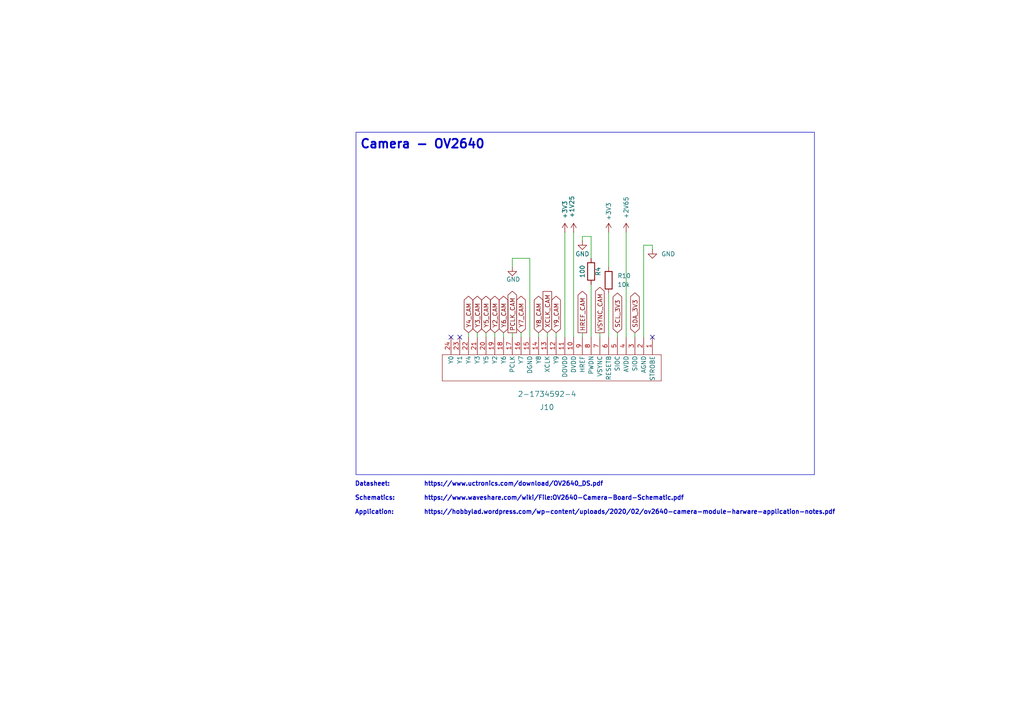
<source format=kicad_sch>
(kicad_sch (version 20250114) (generator "eeschema") (generator_version "9.0")
  (paper "A4")
  (lib_symbols
    (symbol "2-1734592-4_1" (pin_names (offset 0.254))
      (property "Reference" "J" (at 8.89 6.35 0))
      (property "Value" "2-1734592-4" (at 9.398 3.81 0))
      (symbol "2-1734592-4_1_1_1"
        (polyline (pts (xy 5.08 2.54) (xy 5.08 -60.96)) (stroke (width 0.127)))
        (polyline (pts (xy 5.08 -60.96) (xy 12.7 -60.96)) (stroke (width 0.127)))
        (polyline (pts (xy 12.7 2.54) (xy 5.08 2.54)) (stroke (width 0.127)))
        (polyline (pts (xy 12.7 -60.96) (xy 12.7 2.54)) (stroke (width 0.127)))
        (pin unspecified line (at 0 0 0) (length 5.08) (name "STROBE") (number "1"))
        (pin unspecified line (at 0 -2.54 0) (length 5.08) (name "AGND") (number "2"))
        (pin unspecified line (at 0 -5.08 0) (length 5.08) (name "SIOD") (number "3"))
        (pin unspecified line (at 0 -7.62 0) (length 5.08) (name "AVDD") (number "4"))
        (pin unspecified line (at 0 -10.16 0) (length 5.08) (name "SIOC") (number "5"))
        (pin unspecified line (at 0 -12.7 0) (length 5.08) (name "RESETB") (number "6"))
        (pin unspecified line (at 0 -15.24 0) (length 5.08) (name "VSYNC") (number "7"))
        (pin unspecified line (at 0 -17.78 0) (length 5.08) (name "PWDN") (number "8"))
        (pin unspecified line (at 0 -20.32 0) (length 5.08) (name "HREF") (number "9"))
        (pin unspecified line (at 0 -22.86 0) (length 5.08) (name "DVDD") (number "10"))
        (pin unspecified line (at 0 -25.4 0) (length 5.08) (name "DOVDD") (number "11"))
        (pin unspecified line (at 0 -27.94 0) (length 5.08) (name "Y9") (number "12"))
        (pin unspecified line (at 0 -30.48 0) (length 5.08) (name "XCLK") (number "13"))
        (pin unspecified line (at 0 -33.02 0) (length 5.08) (name "Y8") (number "14"))
        (pin unspecified line (at 0 -35.56 0) (length 5.08) (name "DGND") (number "15"))
        (pin unspecified line (at 0 -38.1 0) (length 5.08) (name "Y7") (number "16"))
        (pin unspecified line (at 0 -40.64 0) (length 5.08) (name "PCLK") (number "17"))
        (pin unspecified line (at 0 -43.18 0) (length 5.08) (name "Y6") (number "18"))
        (pin unspecified line (at 0 -45.72 0) (length 5.08) (name "Y2") (number "19"))
        (pin unspecified line (at 0 -48.26 0) (length 5.08) (name "Y5") (number "20"))
        (pin unspecified line (at 0 -50.8 0) (length 5.08) (name "Y3") (number "21"))
        (pin unspecified line (at 0 -53.34 0) (length 5.08) (name "Y4") (number "22"))
        (pin unspecified line (at 0 -55.88 0) (length 5.08) (name "Y1") (number "23"))
        (pin unspecified line (at 0 -58.42 0) (length 5.08) (name "Y0") (number "24"))
      )
      (symbol "2-1734592-4_1_1_2"
        (polyline (pts (xy 5.08 2.54) (xy 5.08 -60.96)) (stroke (width 0.127)))
        (polyline (pts (xy 5.08 -60.96) (xy 12.7 -60.96)) (stroke (width 0.127)))
        (polyline (pts (xy 7.62 0) (xy 5.08 0)) (stroke (width 0.127)))
        (polyline (pts (xy 7.62 0) (xy 8.89 0.8467)) (stroke (width 0.127)))
        (polyline (pts (xy 7.62 0) (xy 8.89 -0.8467)) (stroke (width 0.127)))
        (polyline (pts (xy 7.62 -2.54) (xy 5.08 -2.54)) (stroke (width 0.127)))
        (polyline (pts (xy 7.62 -2.54) (xy 8.89 -1.6933)) (stroke (width 0.127)))
        (polyline (pts (xy 7.62 -2.54) (xy 8.89 -3.3867)) (stroke (width 0.127)))
        (polyline (pts (xy 7.62 -5.08) (xy 5.08 -5.08)) (stroke (width 0.127)))
        (polyline (pts (xy 7.62 -5.08) (xy 8.89 -4.2333)) (stroke (width 0.127)))
        (polyline (pts (xy 7.62 -5.08) (xy 8.89 -5.9267)) (stroke (width 0.127)))
        (polyline (pts (xy 7.62 -7.62) (xy 5.08 -7.62)) (stroke (width 0.127)))
        (polyline (pts (xy 7.62 -7.62) (xy 8.89 -6.7733)) (stroke (width 0.127)))
        (polyline (pts (xy 7.62 -7.62) (xy 8.89 -8.4667)) (stroke (width 0.127)))
        (polyline (pts (xy 7.62 -10.16) (xy 5.08 -10.16)) (stroke (width 0.127)))
        (polyline (pts (xy 7.62 -10.16) (xy 8.89 -9.3133)) (stroke (width 0.127)))
        (polyline (pts (xy 7.62 -10.16) (xy 8.89 -11.0067)) (stroke (width 0.127)))
        (polyline (pts (xy 7.62 -12.7) (xy 5.08 -12.7)) (stroke (width 0.127)))
        (polyline (pts (xy 7.62 -12.7) (xy 8.89 -11.8533)) (stroke (width 0.127)))
        (polyline (pts (xy 7.62 -12.7) (xy 8.89 -13.5467)) (stroke (width 0.127)))
        (polyline (pts (xy 7.62 -15.24) (xy 5.08 -15.24)) (stroke (width 0.127)))
        (polyline (pts (xy 7.62 -15.24) (xy 8.89 -14.3933)) (stroke (width 0.127)))
        (polyline (pts (xy 7.62 -15.24) (xy 8.89 -16.0867)) (stroke (width 0.127)))
        (polyline (pts (xy 7.62 -17.78) (xy 5.08 -17.78)) (stroke (width 0.127)))
        (polyline (pts (xy 7.62 -17.78) (xy 8.89 -16.9333)) (stroke (width 0.127)))
        (polyline (pts (xy 7.62 -17.78) (xy 8.89 -18.6267)) (stroke (width 0.127)))
        (polyline (pts (xy 7.62 -20.32) (xy 5.08 -20.32)) (stroke (width 0.127)))
        (polyline (pts (xy 7.62 -20.32) (xy 8.89 -19.4733)) (stroke (width 0.127)))
        (polyline (pts (xy 7.62 -20.32) (xy 8.89 -21.1667)) (stroke (width 0.127)))
        (polyline (pts (xy 7.62 -22.86) (xy 5.08 -22.86)) (stroke (width 0.127)))
        (polyline (pts (xy 7.62 -22.86) (xy 8.89 -22.0133)) (stroke (width 0.127)))
        (polyline (pts (xy 7.62 -22.86) (xy 8.89 -23.7067)) (stroke (width 0.127)))
        (polyline (pts (xy 7.62 -25.4) (xy 5.08 -25.4)) (stroke (width 0.127)))
        (polyline (pts (xy 7.62 -25.4) (xy 8.89 -24.5533)) (stroke (width 0.127)))
        (polyline (pts (xy 7.62 -25.4) (xy 8.89 -26.2467)) (stroke (width 0.127)))
        (polyline (pts (xy 7.62 -27.94) (xy 5.08 -27.94)) (stroke (width 0.127)))
        (polyline (pts (xy 7.62 -27.94) (xy 8.89 -27.0933)) (stroke (width 0.127)))
        (polyline (pts (xy 7.62 -27.94) (xy 8.89 -28.7867)) (stroke (width 0.127)))
        (polyline (pts (xy 7.62 -30.48) (xy 5.08 -30.48)) (stroke (width 0.127)))
        (polyline (pts (xy 7.62 -30.48) (xy 8.89 -29.6333)) (stroke (width 0.127)))
        (polyline (pts (xy 7.62 -30.48) (xy 8.89 -31.3267)) (stroke (width 0.127)))
        (polyline (pts (xy 7.62 -33.02) (xy 5.08 -33.02)) (stroke (width 0.127)))
        (polyline (pts (xy 7.62 -33.02) (xy 8.89 -32.1733)) (stroke (width 0.127)))
        (polyline (pts (xy 7.62 -33.02) (xy 8.89 -33.8667)) (stroke (width 0.127)))
        (polyline (pts (xy 7.62 -35.56) (xy 5.08 -35.56)) (stroke (width 0.127)))
        (polyline (pts (xy 7.62 -35.56) (xy 8.89 -34.7133)) (stroke (width 0.127)))
        (polyline (pts (xy 7.62 -35.56) (xy 8.89 -36.4067)) (stroke (width 0.127)))
        (polyline (pts (xy 7.62 -38.1) (xy 5.08 -38.1)) (stroke (width 0.127)))
        (polyline (pts (xy 7.62 -38.1) (xy 8.89 -37.2533)) (stroke (width 0.127)))
        (polyline (pts (xy 7.62 -38.1) (xy 8.89 -38.9467)) (stroke (width 0.127)))
        (polyline (pts (xy 7.62 -40.64) (xy 5.08 -40.64)) (stroke (width 0.127)))
        (polyline (pts (xy 7.62 -40.64) (xy 8.89 -39.7933)) (stroke (width 0.127)))
        (polyline (pts (xy 7.62 -40.64) (xy 8.89 -41.4867)) (stroke (width 0.127)))
        (polyline (pts (xy 7.62 -43.18) (xy 5.08 -43.18)) (stroke (width 0.127)))
        (polyline (pts (xy 7.62 -43.18) (xy 8.89 -42.3333)) (stroke (width 0.127)))
        (polyline (pts (xy 7.62 -43.18) (xy 8.89 -44.0267)) (stroke (width 0.127)))
        (polyline (pts (xy 7.62 -45.72) (xy 5.08 -45.72)) (stroke (width 0.127)))
        (polyline (pts (xy 7.62 -45.72) (xy 8.89 -44.8733)) (stroke (width 0.127)))
        (polyline (pts (xy 7.62 -45.72) (xy 8.89 -46.5667)) (stroke (width 0.127)))
        (polyline (pts (xy 7.62 -48.26) (xy 5.08 -48.26)) (stroke (width 0.127)))
        (polyline (pts (xy 7.62 -48.26) (xy 8.89 -47.4133)) (stroke (width 0.127)))
        (polyline (pts (xy 7.62 -48.26) (xy 8.89 -49.1067)) (stroke (width 0.127)))
        (polyline (pts (xy 7.62 -50.8) (xy 5.08 -50.8)) (stroke (width 0.127)))
        (polyline (pts (xy 7.62 -50.8) (xy 8.89 -49.9533)) (stroke (width 0.127)))
        (polyline (pts (xy 7.62 -50.8) (xy 8.89 -51.6467)) (stroke (width 0.127)))
        (polyline (pts (xy 7.62 -53.34) (xy 5.08 -53.34)) (stroke (width 0.127)))
        (polyline (pts (xy 7.62 -53.34) (xy 8.89 -52.4933)) (stroke (width 0.127)))
        (polyline (pts (xy 7.62 -53.34) (xy 8.89 -54.1867)) (stroke (width 0.127)))
        (polyline (pts (xy 7.62 -55.88) (xy 5.08 -55.88)) (stroke (width 0.127)))
        (polyline (pts (xy 7.62 -55.88) (xy 8.89 -55.0333)) (stroke (width 0.127)))
        (polyline (pts (xy 7.62 -55.88) (xy 8.89 -56.7267)) (stroke (width 0.127)))
        (polyline (pts (xy 7.62 -58.42) (xy 5.08 -58.42)) (stroke (width 0.127)))
        (polyline (pts (xy 7.62 -58.42) (xy 8.89 -57.5733)) (stroke (width 0.127)))
        (polyline (pts (xy 7.62 -58.42) (xy 8.89 -59.2667)) (stroke (width 0.127)))
        (polyline (pts (xy 12.7 2.54) (xy 5.08 2.54)) (stroke (width 0.127)))
        (polyline (pts (xy 12.7 -60.96) (xy 12.7 2.54)) (stroke (width 0.127)))
        (pin unspecified line (at 0 0 0) (length 5.08) (name "1") (number "1"))
        (pin unspecified line (at 0 -2.54 0) (length 5.08) (name "2") (number "2"))
        (pin unspecified line (at 0 -5.08 0) (length 5.08) (name "3") (number "3"))
        (pin unspecified line (at 0 -7.62 0) (length 5.08) (name "4") (number "4"))
        (pin unspecified line (at 0 -10.16 0) (length 5.08) (name "5") (number "5"))
        (pin unspecified line (at 0 -12.7 0) (length 5.08) (name "6") (number "6"))
        (pin unspecified line (at 0 -15.24 0) (length 5.08) (name "7") (number "7"))
        (pin unspecified line (at 0 -17.78 0) (length 5.08) (name "8") (number "8"))
        (pin unspecified line (at 0 -20.32 0) (length 5.08) (name "9") (number "9"))
        (pin unspecified line (at 0 -22.86 0) (length 5.08) (name "10") (number "10"))
        (pin unspecified line (at 0 -25.4 0) (length 5.08) (name "11") (number "11"))
        (pin unspecified line (at 0 -27.94 0) (length 5.08) (name "12") (number "12"))
        (pin unspecified line (at 0 -30.48 0) (length 5.08) (name "13") (number "13"))
        (pin unspecified line (at 0 -33.02 0) (length 5.08) (name "14") (number "14"))
        (pin unspecified line (at 0 -35.56 0) (length 5.08) (name "15") (number "15"))
        (pin unspecified line (at 0 -38.1 0) (length 5.08) (name "16") (number "16"))
        (pin unspecified line (at 0 -40.64 0) (length 5.08) (name "17") (number "17"))
        (pin unspecified line (at 0 -43.18 0) (length 5.08) (name "18") (number "18"))
        (pin unspecified line (at 0 -45.72 0) (length 5.08) (name "19") (number "19"))
        (pin unspecified line (at 0 -48.26 0) (length 5.08) (name "20") (number "20"))
        (pin unspecified line (at 0 -50.8 0) (length 5.08) (name "21") (number "21"))
        (pin unspecified line (at 0 -53.34 0) (length 5.08) (name "22") (number "22"))
        (pin unspecified line (at 0 -55.88 0) (length 5.08) (name "23") (number "23"))
        (pin unspecified line (at 0 -58.42 0) (length 5.08) (name "24") (number "24"))
      )
    )
    (symbol "Device:R" (pin_numbers (hide yes)) (pin_names (offset 0))
      (property "Reference" "R" (at 2.032 0 90))
      (property "Value" "R" (at 0 0 90))
      (symbol "R_0_1"
        (rectangle (start -1.016 -2.54) (end 1.016 2.54) (stroke (width 0.254)))
      )
      (symbol "R_1_1"
        (pin passive line (at 0 3.81 270) (length 1.27) (name "~") (number "1"))
        (pin passive line (at 0 -3.81 90) (length 1.27) (name "~") (number "2"))
      )
    )
    (symbol "power:+1V2" (power) (pin_numbers (hide yes)) (pin_names (offset 0) (hide yes))
      (property "Value" "+1V2" (at 0 3.556 0))
      (symbol "+1V2_0_1"
        (polyline (pts (xy -0.762 1.27) (xy 0 2.54)))
        (polyline (pts (xy 0 2.54) (xy 0.762 1.27)))
        (polyline (pts (xy 0 0) (xy 0 2.54)))
      )
      (symbol "+1V2_1_1"
        (pin power_in line (at 0 0 90) (length 0) (name "~") (number "1"))
      )
    )
    (symbol "power:+2V8" (power) (pin_numbers (hide yes)) (pin_names (offset 0) (hide yes))
      (property "Value" "+2V8" (at 0 3.556 0))
      (symbol "+2V8_0_1"
        (polyline (pts (xy -0.762 1.27) (xy 0 2.54)))
        (polyline (pts (xy 0 2.54) (xy 0.762 1.27)))
        (polyline (pts (xy 0 0) (xy 0 2.54)))
      )
      (symbol "+2V8_1_1"
        (pin power_in line (at 0 0 90) (length 0) (name "~") (number "1"))
      )
    )
    (symbol "power:+3V3" (power) (pin_numbers (hide yes)) (pin_names (offset 0) (hide yes))
      (property "Value" "+3V3" (at 0 3.556 0))
      (symbol "+3V3_0_1"
        (polyline (pts (xy -0.762 1.27) (xy 0 2.54)))
        (polyline (pts (xy 0 2.54) (xy 0.762 1.27)))
        (polyline (pts (xy 0 0) (xy 0 2.54)))
      )
      (symbol "+3V3_1_1"
        (pin power_in line (at 0 0 90) (length 0) (name "~") (number "1"))
      )
    )
    (symbol "power:GND" (power) (pin_numbers (hide yes)) (pin_names (offset 0) (hide yes))
      (property "Value" "GND" (at 0 -3.81 0))
      (symbol "GND_0_1"
        (polyline (pts (xy 0 0) (xy 0 -1.27) (xy 1.27 -1.27) (xy 0 -2.54) (xy -1.27 -1.27) (xy 0 -1.27)))
      )
      (symbol "GND_1_1"
        (pin power_in line (at 0 0 270) (length 0) (name "~") (number "1"))
      )
    )
  )
  (rectangle (start 103.251 38.354) (end 236.22 137.668))
  (text "Datasheet:		https://www.uctronics.com/download/OV2640_DS.pdf\n\nSchematics:		https://www.waveshare.com/wiki/File:OV2640-Camera-Board-Schematic.pdf\n\nApplication:	https://hobbylad.wordpress.com/wp-content/uploads/2020/02/ov2640-camera-module-harware-application-notes.pdf" (at 102.87 144.526 0) (effects (font (size 1.27 1.27) (bold yes)) (justify left)))
  (text "Camera - OV2640" (at 122.555 41.91 0) (effects (font (size 2.54 2.54) (bold yes))))
  (no_connect (at 133.35 97.79))
  (no_connect (at 130.81 97.79))
  (no_connect (at 189.23 97.79))
  (wire (pts (xy 168.91 68.58) (xy 171.45 68.58)))
  (wire (pts (xy 176.53 77.47) (xy 176.53 67.31)))
  (wire (pts (xy 148.59 74.93) (xy 153.67 74.93)))
  (wire (pts (xy 148.59 96.52) (xy 148.59 97.79)))
  (wire (pts (xy 186.69 71.12) (xy 186.69 97.79)))
  (wire (pts (xy 176.53 85.09) (xy 176.53 97.79)))
  (wire (pts (xy 140.97 96.52) (xy 140.97 97.79)))
  (wire (pts (xy 161.29 96.52) (xy 161.29 97.79)))
  (wire (pts (xy 135.89 96.52) (xy 135.89 97.79)))
  (wire (pts (xy 171.45 68.58) (xy 171.45 74.93)))
  (wire (pts (xy 168.91 69.85) (xy 168.91 68.58)))
  (wire (pts (xy 171.45 82.55) (xy 171.45 97.79)))
  (wire (pts (xy 168.91 96.52) (xy 168.91 97.79)))
  (wire (pts (xy 163.83 67.31) (xy 163.83 97.79)))
  (wire (pts (xy 143.51 96.52) (xy 143.51 97.79)))
  (wire (pts (xy 151.13 96.52) (xy 151.13 97.79)))
  (wire (pts (xy 189.23 72.39) (xy 189.23 71.12)))
  (wire (pts (xy 153.67 74.93) (xy 153.67 97.79)))
  (wire (pts (xy 166.37 67.31) (xy 166.37 97.79)))
  (wire (pts (xy 181.61 67.31) (xy 181.61 97.79)))
  (wire (pts (xy 184.15 96.52) (xy 184.15 97.79)))
  (wire (pts (xy 179.07 96.52) (xy 179.07 97.79)))
  (wire (pts (xy 158.75 96.52) (xy 158.75 97.79)))
  (wire (pts (xy 146.05 96.52) (xy 146.05 97.79)))
  (wire (pts (xy 148.59 77.47) (xy 148.59 74.93)))
  (wire (pts (xy 156.21 96.52) (xy 156.21 97.79)))
  (wire (pts (xy 189.23 71.12) (xy 186.69 71.12)))
  (wire (pts (xy 138.43 96.52) (xy 138.43 97.79)))
  (wire (pts (xy 173.99 96.52) (xy 173.99 97.79)))
  (global_label "SCL_3V3" (shape bidirectional) (at 179.07 96.52 90) (property "Intersheetrefs" "${INTERSHEET_REFS}" (effects (hide yes))))
  (global_label "Y3_CAM" (shape bidirectional) (at 138.43 96.52 90) (property "Intersheetrefs" "${INTERSHEET_REFS}" (effects (hide yes))))
  (global_label "PCLK_CAM" (shape output) (at 148.59 96.52 90) (property "Intersheetrefs" "${INTERSHEET_REFS}" (effects (hide yes))))
  (global_label "Y6_CAM" (shape bidirectional) (at 146.05 96.52 90) (property "Intersheetrefs" "${INTERSHEET_REFS}" (effects (hide yes))))
  (global_label "HREF_CAM" (shape output) (at 168.91 96.52 90) (property "Intersheetrefs" "${INTERSHEET_REFS}" (effects (hide yes))))
  (global_label "VSYNC_CAM" (shape output) (at 173.99 96.52 90) (property "Intersheetrefs" "${INTERSHEET_REFS}" (effects (hide yes))))
  (global_label "Y7_CAM" (shape bidirectional) (at 151.13 96.52 90) (property "Intersheetrefs" "${INTERSHEET_REFS}" (effects (hide yes))))
  (global_label "Y8_CAM" (shape bidirectional) (at 156.21 96.52 90) (property "Intersheetrefs" "${INTERSHEET_REFS}" (effects (hide yes))))
  (global_label "Y2_CAM" (shape bidirectional) (at 143.51 96.52 90) (property "Intersheetrefs" "${INTERSHEET_REFS}" (effects (hide yes))))
  (global_label "XCLK_CAM" (shape input) (at 158.75 96.52 90) (property "Intersheetrefs" "${INTERSHEET_REFS}" (effects (hide yes))))
  (global_label "Y9_CAM" (shape bidirectional) (at 161.29 96.52 90) (property "Intersheetrefs" "${INTERSHEET_REFS}" (effects (hide yes))))
  (global_label "Y4_CAM" (shape bidirectional) (at 135.89 96.52 90) (property "Intersheetrefs" "${INTERSHEET_REFS}" (effects (hide yes))))
  (global_label "SDA_3V3" (shape bidirectional) (at 184.15 96.52 90) (property "Intersheetrefs" "${INTERSHEET_REFS}" (effects (hide yes))))
  (global_label "Y5_CAM" (shape bidirectional) (at 140.97 96.52 90) (property "Intersheetrefs" "${INTERSHEET_REFS}" (effects (hide yes))))
  (symbol (lib_id "power:+1V2") (at 166.37 67.31 0) (unit 1)
    (property "Reference" "#PWR077" (effects (hide yes)))
    (property "Value" "+1V25" (at 165.862 63.246 90) (effects (justify left)))
    (property "Description" "Power symbol creates a global label with name \"+1V2\"" (effects (hide yes)))
  )
  (symbol (lib_id "power:GND") (at 168.91 69.85 0) (unit 1)
    (property "Reference" "#PWR080" (effects (hide yes)))
    (property "Value" "GND" (at 166.878 73.66 0) (effects (justify left)))
    (property "Description" "Power symbol creates a global label with name \"GND\" , ground" (effects (hide yes)))
  )
  (symbol (lib_id "power:GND") (at 148.59 77.47 0) (unit 1)
    (property "Reference" "#PWR082" (effects (hide yes)))
    (property "Value" "GND" (at 146.812 81.026 0) (effects (justify left)))
    (property "Description" "Power symbol creates a global label with name \"GND\" , ground" (effects (hide yes)))
  )
  (symbol (lib_id "Device:R") (at 176.53 81.28 0) (unit 1)
    (property "Reference" "R5" (at 179.07 80.0099 0) (effects (justify left)))
    (property "Value" "10k" (at 179.07 82.5499 0) (effects (justify left)))
    (property "Footprint" "Resistor_SMD:R_0805_2012Metric_Pad1.20x1.40mm_HandSolder" (effects (hide yes)))
    (property "Datasheet" "https://www.yageo.com/upload/media/product/products/datasheet/rchip/PYu-RC_Group_51_RoHS_L_12.pdf" (effects (hide yes)))
    (property "Description" "10 kOhms +/-1% 0.125W, 1/8W Chip Resistor 0805 (2012 Metric) Moisture Resistant Thick Film" (effects (hide yes)))
    (property "Manufacturer_Name" "YAGEO" (effects (hide yes)))
    (property "Manufacturer_Part_Number" "RC0805FR-1310KL" (effects (hide yes)))
    (property "Price" "$0.11" (effects (hide yes)))
    (property "Supplier_Part_Number" "13-RC0805FR-1310KLCT-ND" (effects (hide yes)))
    (property "Website" "https://www.digikey.ca/en/products/detail/yageo/RC0805FR-1310KL/13694107" (effects (hide yes)))
    (property "Package" "0805" (effects (hide yes)))
    (property "Supplier" "Digi-Key" (effects (hide yes)))
    (property "Type" "Resistor" (effects (hide yes)))
    (instances (project "" (path "" (reference "R10") (unit 1)) (path "" (reference "R5") (unit 1))))
  )
  (symbol (lib_name "2-1734592-4_1") (lib_id "capstone:2-1734592-4") (at 189.23 97.79 270) (unit 1)
    (property "Reference" "J10" (at 156.464 118.11 90) (effects (font (size 1.524 1.524)) (justify left)))
    (property "Value" "2-1734592-4" (at 150.114 114.3 90) (effects (font (size 1.524 1.524)) (justify left)))
    (property "Footprint" "capstone:CONN_2-1734592-4_TYCO" (effects (hide yes)))
    (property "Datasheet" "https://www.te.com/usa-en/product-2-1734592-4.datasheet.pdf" (effects (hide yes)))
    (property "Description" "24 Position FPC Connector Contacts, Bottom 0.020\" (0.50mm) Surface Mount, Right Angle" (effects (hide yes)))
    (property "Manufacturer_Name" "TE Connectivity" (effects (hide yes)))
    (property "Manufacturer_Part_Number" "2-1734592-4" (effects (hide yes)))
    (property "Price" "$1.79" (effects (hide yes)))
    (property "Supplier_Part_Number" "A100288CT-ND" (effects (hide yes)))
    (property "Website" "https://www.digikey.ca/en/products/detail/te-connectivity-amp-connectors/2-1734592-4/1860503?s=N4IgTCBcDaIIIEYAMSwA40GEAqBaAcgCIgC6AvkA" (effects (hide yes)))
    (property "Supplier" "Digi-Key" (effects (hide yes)))
    (property "Type" "Connector" (effects (hide yes)))
  )
  (symbol (lib_id "power:+3V3") (at 176.53 67.31 0) (unit 1)
    (property "Reference" "#PWR078" (effects (hide yes)))
    (property "Value" "+3V3" (at 176.53 64.008 90) (effects (justify left)))
    (property "Description" "Power symbol creates a global label with name \"+3V3\"" (effects (hide yes)))
  )
  (symbol (lib_id "power:GND") (at 189.23 72.39 0) (unit 1)
    (property "Reference" "#PWR081" (effects (hide yes)))
    (property "Value" "GND" (at 191.77 73.6599 0) (effects (justify left)))
    (property "Description" "Power symbol creates a global label with name \"GND\" , ground" (effects (hide yes)))
  )
  (symbol (lib_id "power:+3V3") (at 163.83 67.31 0) (unit 1)
    (property "Reference" "#PWR076" (effects (hide yes)))
    (property "Value" "+3V3" (at 163.8301 63.5 90) (effects (justify left)))
    (property "Description" "Power symbol creates a global label with name \"+3V3\"" (effects (hide yes)))
  )
  (symbol (lib_id "power:+2V8") (at 181.61 67.31 0) (unit 1)
    (property "Reference" "#PWR079" (effects (hide yes)))
    (property "Value" "+2V65" (at 181.6101 63.5 90) (effects (justify left)))
    (property "Description" "Power symbol creates a global label with name \"+2V8\"" (effects (hide yes)))
  )
  (symbol (lib_id "Device:R") (at 171.45 78.74 0) (unit 1)
    (property "Reference" "R4" (at 173.482 78.74 90))
    (property "Value" "100" (at 168.91 78.74 90))
    (property "Footprint" "Resistor_SMD:R_0805_2012Metric_Pad1.20x1.40mm_HandSolder" (effects (hide yes)))
    (property "Datasheet" "https://www.yageo.com/upload/media/product/products/datasheet/rchip/PYu-RC_Group_51_RoHS_L_12.pdf" (effects (hide yes)))
    (property "Description" "100 Ohms +/-1% 0.125W, 1/8W Chip Resistor 0805 (2012 Metric) Moisture Resistant Thick Film" (effects (hide yes)))
    (property "Manufacturer_Name" "YAGEO" (effects (hide yes)))
    (property "Manufacturer_Part_Number" "RC0805FR-07100RL" (effects (hide yes)))
    (property "Price" "$0.10" (effects (hide yes)))
    (property "Supplier_Part_Number" "311-100CRCT-ND" (effects (hide yes)))
    (property "Website" "https://www.digikey.ca/en/products/detail/yageo/RC0805FR-07100RL/727543" (effects (hide yes)))
    (property "Package" "0805" (effects (hide yes)))
    (property "Supplier" "Digi-Key" (effects (hide yes)))
    (property "Type" "Resistor" (effects (hide yes)))
  )
)
</source>
